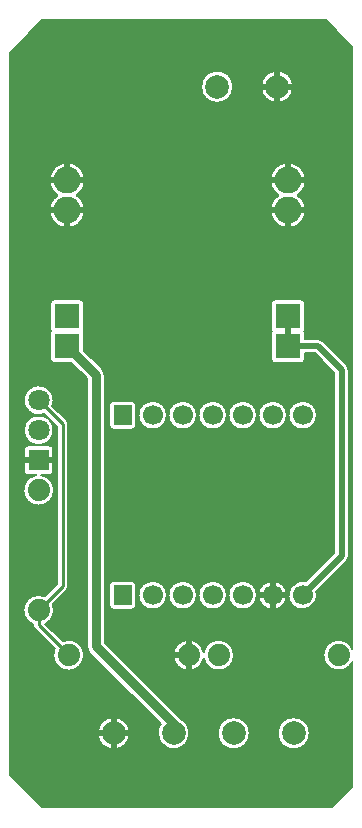
<source format=gbl>
G04 Layer: BottomLayer*
G04 EasyEDA Pro v2.2.40.8, 2025-09-14 15:16:37*
G04 Gerber Generator version 0.3*
G04 Scale: 100 percent, Rotated: No, Reflected: No*
G04 Dimensions in millimeters*
G04 Leading zeros omitted, absolute positions, 4 integers and 5 decimals*
G04 Generated by one-click*
%FSLAX45Y45*%
%MOMM*%
%ADD10C,0.2032*%
%ADD11C,0.5*%
%ADD12C,2.0*%
%ADD13C,1.8*%
%ADD14R,1.8X1.8*%
%ADD15C,1.8796*%
%ADD16R,2.159X2.159*%
%ADD17C,2.2951*%
%ADD18C,2.286*%
%ADD19C,1.7*%
%ADD20R,1.5748X1.7*%
%ADD21C,0.254*%
%ADD22C,0.8*%
G75*


G04 Copper Start*
G36*
G01X2791206Y-5461000D02*
G01X2793037Y-5482727D01*
G01X2798480Y-5503841D01*
G01X2807380Y-5523746D01*
G01X2819487Y-5541880D01*
G01X2834458Y-5557732D01*
G01X2851872Y-5570854D01*
G01X2871237Y-5580875D01*
G01X2892006Y-5587514D01*
G01X2913593Y-5590582D01*
G01X2935389Y-5589994D01*
G01X2956779Y-5585765D01*
G01X2977159Y-5578015D01*
G01X2995955Y-5566963D01*
G01X3012635Y-5552921D01*
G01X3026730Y-5536284D01*
G01X3037840Y-5517523D01*
G01X3037840Y-6574392D01*
G01X2865992Y-6746240D01*
G01X410608Y-6746240D01*
G01X137160Y-6472792D01*
G01X137160Y-6121400D01*
G01X880186Y-6121400D01*
G01X882039Y-6143754D01*
G01X887545Y-6165499D01*
G01X896555Y-6186040D01*
G01X908824Y-6204819D01*
G01X924016Y-6221321D01*
G01X941717Y-6235099D01*
G01X961444Y-6245775D01*
G01X982660Y-6253058D01*
G01X1004785Y-6256750D01*
G01X1027215Y-6256750D01*
G01X1049340Y-6253058D01*
G01X1070556Y-6245775D01*
G01X1090283Y-6235099D01*
G01X1107984Y-6221321D01*
G01X1123176Y-6204819D01*
G01X1135445Y-6186040D01*
G01X1144455Y-6165499D01*
G01X1149961Y-6143754D01*
G01X1151814Y-6121400D01*
G01X1151814Y-6121400D01*
G01X1149961Y-6099046D01*
G01X1144455Y-6077301D01*
G01X1135445Y-6056760D01*
G01X1123176Y-6037981D01*
G01X1107984Y-6021479D01*
G01X1090283Y-6007701D01*
G01X1070556Y-5997025D01*
G01X1049340Y-5989742D01*
G01X1027215Y-5986050D01*
G01X1004785Y-5986050D01*
G01X982660Y-5989742D01*
G01X961444Y-5997025D01*
G01X941717Y-6007701D01*
G01X924016Y-6021479D01*
G01X908824Y-6037981D01*
G01X896555Y-6056760D01*
G01X887545Y-6077301D01*
G01X882039Y-6099046D01*
G01X880186Y-6121400D01*
G01X137160Y-6121400D01*
G01X137160Y-5074616D01*
G01X251318Y-5074616D01*
G01X252371Y-5097354D01*
G01X257381Y-5119559D01*
G01X266193Y-5140547D01*
G01X278536Y-5159672D01*
G01X294031Y-5176348D01*
G01X312200Y-5190060D01*
G01X332486Y-5200386D01*
G01X332486Y-5207000D01*
G01X334139Y-5219556D01*
G01X338986Y-5231257D01*
G01X346695Y-5241305D01*
G01X515569Y-5410179D01*
G01X508621Y-5431421D01*
G01X505421Y-5453540D01*
G01X506062Y-5475881D01*
G01X510526Y-5497780D01*
G01X518681Y-5518589D01*
G01X530285Y-5537690D01*
G01X544994Y-5554517D01*
G01X562372Y-5568572D01*
G01X581903Y-5579436D01*
G01X603009Y-5586790D01*
G01X625063Y-5590413D01*
G01X647411Y-5590199D01*
G01X669392Y-5586155D01*
G01X690353Y-5578399D01*
G01X709673Y-5567163D01*
G01X726778Y-5552778D01*
G01X741163Y-5535673D01*
G01X752399Y-5516353D01*
G01X760155Y-5495392D01*
G01X764199Y-5473411D01*
G01X764413Y-5451063D01*
G01X760790Y-5429009D01*
G01X753436Y-5407903D01*
G01X742572Y-5388372D01*
G01X728517Y-5370994D01*
G01X711690Y-5356285D01*
G01X692589Y-5344681D01*
G01X671780Y-5336526D01*
G01X649881Y-5332062D01*
G01X627540Y-5331421D01*
G01X605421Y-5334621D01*
G01X584179Y-5341569D01*
G01X438815Y-5196206D01*
G01X457426Y-5184907D01*
G01X473886Y-5170657D01*
G01X487733Y-5153855D01*
G01X498576Y-5134976D01*
G01X506111Y-5114550D01*
G01X510126Y-5093151D01*
G01X510508Y-5071383D01*
G01X507245Y-5049856D01*
G01X500431Y-5029179D01*
G01X618505Y-4911105D01*
G01X626214Y-4901057D01*
G01X631061Y-4889356D01*
G01X632714Y-4876800D01*
G01X632714Y-3505200D01*
G01X631061Y-3492644D01*
G01X626214Y-3480943D01*
G01X618505Y-3470895D01*
G01X497388Y-3349779D01*
G01X503838Y-3329202D01*
G01X506679Y-3307826D01*
G01X505828Y-3286278D01*
G01X501309Y-3265193D01*
G01X493257Y-3245189D01*
G01X481906Y-3226853D01*
G01X467592Y-3210726D01*
G01X450733Y-3197279D01*
G01X431826Y-3186909D01*
G01X411426Y-3179921D01*
G01X390132Y-3176518D01*
G01X368569Y-3176802D01*
G01X347372Y-3180764D01*
G01X327163Y-3188287D01*
G01X308535Y-3199151D01*
G01X292036Y-3213036D01*
G01X278151Y-3229535D01*
G01X267287Y-3248163D01*
G01X259764Y-3268372D01*
G01X255802Y-3289569D01*
G01X255518Y-3311132D01*
G01X258921Y-3332426D01*
G01X265909Y-3352826D01*
G01X276279Y-3371733D01*
G01X289726Y-3388592D01*
G01X305853Y-3402906D01*
G01X324189Y-3414257D01*
G01X344193Y-3422309D01*
G01X365278Y-3426828D01*
G01X386826Y-3427679D01*
G01X408202Y-3424838D01*
G01X428779Y-3418388D01*
G01X535686Y-3525295D01*
G01X535686Y-3525295D01*
G01X535686Y-4856705D01*
G01X431821Y-4960569D01*
G01X410175Y-4953528D01*
G01X387632Y-4950376D01*
G01X364884Y-4951210D01*
G01X342632Y-4956006D01*
G01X321561Y-4964616D01*
G01X302317Y-4976775D01*
G01X285494Y-4992108D01*
G01X271607Y-5010145D01*
G01X261086Y-5030330D01*
G01X254253Y-5052043D01*
G01X251318Y-5074616D01*
G01X137160Y-5074616D01*
G01X137160Y-4062834D01*
G01X251211Y-4062834D01*
G01X253002Y-4085517D01*
G01X258726Y-4107539D01*
G01X268208Y-4128223D01*
G01X281157Y-4146933D01*
G01X297174Y-4163094D01*
G01X315767Y-4176210D01*
G01X336364Y-4185878D01*
G01X358334Y-4191800D01*
G01X381000Y-4193794D01*
G01X403666Y-4191800D01*
G01X425636Y-4185878D01*
G01X446233Y-4176210D01*
G01X464826Y-4163094D01*
G01X480843Y-4146933D01*
G01X493792Y-4128223D01*
G01X503274Y-4107539D01*
G01X508998Y-4085517D01*
G01X510789Y-4062834D01*
G01X508591Y-4040187D01*
G01X502472Y-4018271D01*
G01X492619Y-3997761D01*
G01X479337Y-3979287D01*
G01X463032Y-3963416D01*
G01X444207Y-3950636D01*
G01X423439Y-3941340D01*
G01X401366Y-3935814D01*
G01X471000Y-3935814D01*
G01X471000Y-3935814D01*
G01X482067Y-3934061D01*
G01X492051Y-3928974D01*
G01X499974Y-3921051D01*
G01X505061Y-3911067D01*
G01X506814Y-3900000D01*
G01X506814Y-3720000D01*
G01X505061Y-3708933D01*
G01X499974Y-3698949D01*
G01X492051Y-3691026D01*
G01X482067Y-3685939D01*
G01X471000Y-3684186D01*
G01X291000Y-3684186D01*
G01X279933Y-3685939D01*
G01X269949Y-3691026D01*
G01X262026Y-3698949D01*
G01X256939Y-3708933D01*
G01X255186Y-3720000D01*
G01X255186Y-3900000D01*
G01X256939Y-3911067D01*
G01X262026Y-3921051D01*
G01X269949Y-3928974D01*
G01X279933Y-3934061D01*
G01X291000Y-3935814D01*
G01X360634Y-3935814D01*
G01X338561Y-3941340D01*
G01X317793Y-3950636D01*
G01X298968Y-3963416D01*
G01X282663Y-3979287D01*
G01X269381Y-3997761D01*
G01X259528Y-4018271D01*
G01X253409Y-4040187D01*
G01X251211Y-4062834D01*
G01X137160Y-4062834D01*
G01X137160Y-3556000D01*
G01X255186Y-3556000D01*
G01X257098Y-3577847D01*
G01X262774Y-3599031D01*
G01X272042Y-3618907D01*
G01X284621Y-3636872D01*
G01X300128Y-3652379D01*
G01X318093Y-3664958D01*
G01X337969Y-3674226D01*
G01X359153Y-3679902D01*
G01X381000Y-3681814D01*
G01X402847Y-3679902D01*
G01X424031Y-3674226D01*
G01X443907Y-3664958D01*
G01X461872Y-3652379D01*
G01X477379Y-3636872D01*
G01X489958Y-3618907D01*
G01X499226Y-3599031D01*
G01X504902Y-3577847D01*
G01X506814Y-3556000D01*
G01X504902Y-3534153D01*
G01X499226Y-3512969D01*
G01X489958Y-3493093D01*
G01X477379Y-3475128D01*
G01X461872Y-3459621D01*
G01X443907Y-3447042D01*
G01X424031Y-3437774D01*
G01X402847Y-3432098D01*
G01X381000Y-3430186D01*
G01X359153Y-3432098D01*
G01X337969Y-3437774D01*
G01X318093Y-3447042D01*
G01X300128Y-3459621D01*
G01X284621Y-3475128D01*
G01X272042Y-3493093D01*
G01X262774Y-3512969D01*
G01X257098Y-3534153D01*
G01X255186Y-3556000D01*
G01X255186Y-3556000D01*
G01X137160Y-3556000D01*
G01X137160Y-2482850D01*
G01X478536Y-2482850D01*
G01X478536Y-2698750D01*
G01X479935Y-2708662D01*
G01X484023Y-2717800D01*
G01X479935Y-2726938D01*
G01X478536Y-2736850D01*
G01X478536Y-2952750D01*
G01X480289Y-2963817D01*
G01X485376Y-2973801D01*
G01X493299Y-2981724D01*
G01X503283Y-2986811D01*
G01X514350Y-2988564D01*
G01X658847Y-2988564D01*
G01X787786Y-3117503D01*
G01X787786Y-5384800D01*
G01X787786Y-5384800D01*
G01X789243Y-5399591D01*
G01X793557Y-5413813D01*
G01X800563Y-5426920D01*
G01X809991Y-5438409D01*
G01X1413717Y-6042134D01*
G01X1402354Y-6061004D01*
G01X1394191Y-6081463D01*
G01X1389442Y-6102973D01*
G01X1388233Y-6124967D01*
G01X1390595Y-6146867D01*
G01X1396467Y-6168098D01*
G01X1405693Y-6188100D01*
G01X1418031Y-6206347D01*
G01X1433157Y-6222360D01*
G01X1450673Y-6235717D01*
G01X1470117Y-6246068D01*
G01X1490979Y-6253138D01*
G01X1512709Y-6256744D01*
G01X1534736Y-6256789D01*
G01X1556481Y-6253273D01*
G01X1577372Y-6246287D01*
G01X1596858Y-6236017D01*
G01X1614428Y-6222732D01*
G01X1629619Y-6206781D01*
G01X1642033Y-6188584D01*
G01X1651341Y-6168620D01*
G01X1657299Y-6147414D01*
G01X1659751Y-6125524D01*
G01X1659541Y-6121400D01*
G01X1896186Y-6121400D01*
G01X1898039Y-6143754D01*
G01X1903545Y-6165499D01*
G01X1912555Y-6186040D01*
G01X1924824Y-6204819D01*
G01X1940016Y-6221321D01*
G01X1957717Y-6235099D01*
G01X1977444Y-6245775D01*
G01X1998660Y-6253058D01*
G01X2020785Y-6256750D01*
G01X2043215Y-6256750D01*
G01X2065340Y-6253058D01*
G01X2086556Y-6245775D01*
G01X2106283Y-6235099D01*
G01X2123984Y-6221321D01*
G01X2139176Y-6204819D01*
G01X2151445Y-6186040D01*
G01X2160455Y-6165499D01*
G01X2165961Y-6143754D01*
G01X2167814Y-6121400D01*
G01X2167814Y-6121400D01*
G01X2404186Y-6121400D01*
G01X2406039Y-6143754D01*
G01X2411545Y-6165499D01*
G01X2420555Y-6186040D01*
G01X2432824Y-6204819D01*
G01X2448016Y-6221321D01*
G01X2465717Y-6235099D01*
G01X2485444Y-6245775D01*
G01X2506660Y-6253058D01*
G01X2528785Y-6256750D01*
G01X2551215Y-6256750D01*
G01X2573340Y-6253058D01*
G01X2594556Y-6245775D01*
G01X2614283Y-6235099D01*
G01X2631984Y-6221321D01*
G01X2647176Y-6204819D01*
G01X2659445Y-6186040D01*
G01X2668455Y-6165499D01*
G01X2673961Y-6143754D01*
G01X2675814Y-6121400D01*
G01X2675814Y-6121400D01*
G01X2673961Y-6099046D01*
G01X2668455Y-6077301D01*
G01X2659445Y-6056760D01*
G01X2647176Y-6037981D01*
G01X2631984Y-6021479D01*
G01X2614283Y-6007701D01*
G01X2594556Y-5997025D01*
G01X2573340Y-5989742D01*
G01X2551215Y-5986050D01*
G01X2528785Y-5986050D01*
G01X2506660Y-5989742D01*
G01X2485444Y-5997025D01*
G01X2465717Y-6007701D01*
G01X2448016Y-6021479D01*
G01X2432824Y-6037981D01*
G01X2420555Y-6056760D01*
G01X2411545Y-6077301D01*
G01X2406039Y-6099046D01*
G01X2404186Y-6121400D01*
G01X2167814Y-6121400D01*
G01X2165961Y-6099046D01*
G01X2160455Y-6077301D01*
G01X2151445Y-6056760D01*
G01X2139176Y-6037981D01*
G01X2123984Y-6021479D01*
G01X2106283Y-6007701D01*
G01X2086556Y-5997025D01*
G01X2065340Y-5989742D01*
G01X2043215Y-5986050D01*
G01X2020785Y-5986050D01*
G01X1998660Y-5989742D01*
G01X1977444Y-5997025D01*
G01X1957717Y-6007701D01*
G01X1940016Y-6021479D01*
G01X1924824Y-6037981D01*
G01X1912555Y-6056760D01*
G01X1903545Y-6077301D01*
G01X1898039Y-6099046D01*
G01X1896186Y-6121400D01*
G01X1659541Y-6121400D01*
G01X1658632Y-6103525D01*
G01X1653972Y-6081996D01*
G01X1645893Y-6061504D01*
G01X1634607Y-6042587D01*
G01X1620412Y-6025744D01*
G01X1603681Y-6011416D01*
G01X1584853Y-5999982D01*
G01X1577609Y-5991591D01*
G01X1047017Y-5461000D01*
G01X1521206Y-5461000D01*
G01X1523134Y-5483288D01*
G01X1528860Y-5504914D01*
G01X1538215Y-5525235D01*
G01X1550921Y-5543648D01*
G01X1566599Y-5559605D01*
G01X1584785Y-5572634D01*
G01X1604938Y-5582346D01*
G01X1626459Y-5588453D01*
G01X1648710Y-5590774D01*
G01X1671028Y-5589239D01*
G01X1692751Y-5583895D01*
G01X1713234Y-5574901D01*
G01X1731869Y-5562522D01*
G01X1748101Y-5547128D01*
G01X1761448Y-5529174D01*
G01X1771514Y-5509196D01*
G01X1778000Y-5487786D01*
G01X1784486Y-5509196D01*
G01X1794552Y-5529174D01*
G01X1807899Y-5547128D01*
G01X1824131Y-5562522D01*
G01X1842766Y-5574901D01*
G01X1863249Y-5583895D01*
G01X1884972Y-5589239D01*
G01X1907290Y-5590774D01*
G01X1929541Y-5588453D01*
G01X1951062Y-5582346D01*
G01X1971215Y-5572634D01*
G01X1989401Y-5559605D01*
G01X2005079Y-5543648D01*
G01X2017785Y-5525235D01*
G01X2027140Y-5504914D01*
G01X2032866Y-5483288D01*
G01X2034794Y-5461000D01*
G01X2034794Y-5461000D01*
G01X2032866Y-5438712D01*
G01X2027140Y-5417086D01*
G01X2017785Y-5396765D01*
G01X2005079Y-5378352D01*
G01X1989401Y-5362395D01*
G01X1971215Y-5349366D01*
G01X1951062Y-5339654D01*
G01X1929541Y-5333547D01*
G01X1907290Y-5331226D01*
G01X1884972Y-5332761D01*
G01X1863249Y-5338105D01*
G01X1842766Y-5347099D01*
G01X1824131Y-5359478D01*
G01X1807899Y-5374872D01*
G01X1794552Y-5392826D01*
G01X1784486Y-5412804D01*
G01X1778000Y-5434214D01*
G01X1771514Y-5412804D01*
G01X1761448Y-5392826D01*
G01X1748101Y-5374872D01*
G01X1731869Y-5359478D01*
G01X1713234Y-5347099D01*
G01X1692751Y-5338105D01*
G01X1671028Y-5332761D01*
G01X1648710Y-5331226D01*
G01X1626459Y-5333547D01*
G01X1604938Y-5339654D01*
G01X1584785Y-5349366D01*
G01X1566599Y-5362395D01*
G01X1550921Y-5378352D01*
G01X1538215Y-5396765D01*
G01X1528860Y-5417086D01*
G01X1523134Y-5438712D01*
G01X1521206Y-5461000D01*
G01X1047017Y-5461000D01*
G01X939414Y-5353397D01*
G01X939414Y-5038000D01*
G01X977646Y-5038000D01*
G01X979399Y-5049067D01*
G01X984486Y-5059051D01*
G01X992409Y-5066974D01*
G01X1002393Y-5072061D01*
G01X1013460Y-5073814D01*
G01X1170940Y-5073814D01*
G01X1170940Y-5073814D01*
G01X1182007Y-5072061D01*
G01X1191991Y-5066974D01*
G01X1199914Y-5059051D01*
G01X1205001Y-5049067D01*
G01X1206754Y-5038000D01*
G01X1206754Y-4953000D01*
G01X1225386Y-4953000D01*
G01X1227222Y-4973979D01*
G01X1232672Y-4994321D01*
G01X1241572Y-5013407D01*
G01X1253651Y-5030658D01*
G01X1268542Y-5045549D01*
G01X1285793Y-5057628D01*
G01X1304879Y-5066528D01*
G01X1325221Y-5071978D01*
G01X1346200Y-5073814D01*
G01X1367179Y-5071978D01*
G01X1387521Y-5066528D01*
G01X1406607Y-5057628D01*
G01X1423858Y-5045549D01*
G01X1438749Y-5030658D01*
G01X1450828Y-5013407D01*
G01X1459728Y-4994321D01*
G01X1465178Y-4973979D01*
G01X1467014Y-4953000D01*
G01X1479386Y-4953000D01*
G01X1481222Y-4973979D01*
G01X1486672Y-4994321D01*
G01X1495572Y-5013407D01*
G01X1507651Y-5030658D01*
G01X1522542Y-5045549D01*
G01X1539793Y-5057628D01*
G01X1558879Y-5066528D01*
G01X1579221Y-5071978D01*
G01X1600200Y-5073814D01*
G01X1621179Y-5071978D01*
G01X1641521Y-5066528D01*
G01X1660607Y-5057628D01*
G01X1677858Y-5045549D01*
G01X1692749Y-5030658D01*
G01X1704828Y-5013407D01*
G01X1713728Y-4994321D01*
G01X1719178Y-4973979D01*
G01X1721014Y-4953000D01*
G01X1733386Y-4953000D01*
G01X1735222Y-4973979D01*
G01X1740672Y-4994321D01*
G01X1749572Y-5013407D01*
G01X1761651Y-5030658D01*
G01X1776542Y-5045549D01*
G01X1793793Y-5057628D01*
G01X1812879Y-5066528D01*
G01X1833221Y-5071978D01*
G01X1854200Y-5073814D01*
G01X1875179Y-5071978D01*
G01X1895521Y-5066528D01*
G01X1914607Y-5057628D01*
G01X1931858Y-5045549D01*
G01X1946749Y-5030658D01*
G01X1958828Y-5013407D01*
G01X1967728Y-4994321D01*
G01X1973178Y-4973979D01*
G01X1975014Y-4953000D01*
G01X1987386Y-4953000D01*
G01X1989222Y-4973979D01*
G01X1994672Y-4994321D01*
G01X2003572Y-5013407D01*
G01X2015651Y-5030658D01*
G01X2030542Y-5045549D01*
G01X2047793Y-5057628D01*
G01X2066879Y-5066528D01*
G01X2087221Y-5071978D01*
G01X2108200Y-5073814D01*
G01X2129179Y-5071978D01*
G01X2149521Y-5066528D01*
G01X2168607Y-5057628D01*
G01X2185858Y-5045549D01*
G01X2200749Y-5030658D01*
G01X2212828Y-5013407D01*
G01X2221728Y-4994321D01*
G01X2227178Y-4973979D01*
G01X2229014Y-4953000D01*
G01X2241386Y-4953000D01*
G01X2243222Y-4973979D01*
G01X2248672Y-4994321D01*
G01X2257572Y-5013407D01*
G01X2269651Y-5030658D01*
G01X2284542Y-5045549D01*
G01X2301793Y-5057628D01*
G01X2320879Y-5066528D01*
G01X2341221Y-5071978D01*
G01X2362200Y-5073814D01*
G01X2383179Y-5071978D01*
G01X2403521Y-5066528D01*
G01X2422607Y-5057628D01*
G01X2439858Y-5045549D01*
G01X2454749Y-5030658D01*
G01X2466828Y-5013407D01*
G01X2475728Y-4994321D01*
G01X2481178Y-4973979D01*
G01X2483014Y-4953000D01*
G01X2481178Y-4932021D01*
G01X2475728Y-4911679D01*
G01X2466828Y-4892593D01*
G01X2454749Y-4875342D01*
G01X2439858Y-4860451D01*
G01X2422607Y-4848372D01*
G01X2403521Y-4839472D01*
G01X2383179Y-4834022D01*
G01X2362200Y-4832186D01*
G01X2341221Y-4834022D01*
G01X2320879Y-4839472D01*
G01X2301793Y-4848372D01*
G01X2284542Y-4860451D01*
G01X2269651Y-4875342D01*
G01X2257572Y-4892593D01*
G01X2248672Y-4911679D01*
G01X2243222Y-4932021D01*
G01X2241386Y-4953000D01*
G01X2241386Y-4953000D01*
G01X2229014Y-4953000D01*
G01X2227178Y-4932021D01*
G01X2221728Y-4911679D01*
G01X2212828Y-4892593D01*
G01X2200749Y-4875342D01*
G01X2185858Y-4860451D01*
G01X2168607Y-4848372D01*
G01X2149521Y-4839472D01*
G01X2129179Y-4834022D01*
G01X2108200Y-4832186D01*
G01X2087221Y-4834022D01*
G01X2066879Y-4839472D01*
G01X2047793Y-4848372D01*
G01X2030542Y-4860451D01*
G01X2015651Y-4875342D01*
G01X2003572Y-4892593D01*
G01X1994672Y-4911679D01*
G01X1989222Y-4932021D01*
G01X1987386Y-4953000D01*
G01X1987386Y-4953000D01*
G01X1975014Y-4953000D01*
G01X1973178Y-4932021D01*
G01X1967728Y-4911679D01*
G01X1958828Y-4892593D01*
G01X1946749Y-4875342D01*
G01X1931858Y-4860451D01*
G01X1914607Y-4848372D01*
G01X1895521Y-4839472D01*
G01X1875179Y-4834022D01*
G01X1854200Y-4832186D01*
G01X1833221Y-4834022D01*
G01X1812879Y-4839472D01*
G01X1793793Y-4848372D01*
G01X1776542Y-4860451D01*
G01X1761651Y-4875342D01*
G01X1749572Y-4892593D01*
G01X1740672Y-4911679D01*
G01X1735222Y-4932021D01*
G01X1733386Y-4953000D01*
G01X1733386Y-4953000D01*
G01X1721014Y-4953000D01*
G01X1719178Y-4932021D01*
G01X1713728Y-4911679D01*
G01X1704828Y-4892593D01*
G01X1692749Y-4875342D01*
G01X1677858Y-4860451D01*
G01X1660607Y-4848372D01*
G01X1641521Y-4839472D01*
G01X1621179Y-4834022D01*
G01X1600200Y-4832186D01*
G01X1579221Y-4834022D01*
G01X1558879Y-4839472D01*
G01X1539793Y-4848372D01*
G01X1522542Y-4860451D01*
G01X1507651Y-4875342D01*
G01X1495572Y-4892593D01*
G01X1486672Y-4911679D01*
G01X1481222Y-4932021D01*
G01X1479386Y-4953000D01*
G01X1479386Y-4953000D01*
G01X1467014Y-4953000D01*
G01X1465178Y-4932021D01*
G01X1459728Y-4911679D01*
G01X1450828Y-4892593D01*
G01X1438749Y-4875342D01*
G01X1423858Y-4860451D01*
G01X1406607Y-4848372D01*
G01X1387521Y-4839472D01*
G01X1367179Y-4834022D01*
G01X1346200Y-4832186D01*
G01X1325221Y-4834022D01*
G01X1304879Y-4839472D01*
G01X1285793Y-4848372D01*
G01X1268542Y-4860451D01*
G01X1253651Y-4875342D01*
G01X1241572Y-4892593D01*
G01X1232672Y-4911679D01*
G01X1227222Y-4932021D01*
G01X1225386Y-4953000D01*
G01X1225386Y-4953000D01*
G01X1206754Y-4953000D01*
G01X1206754Y-4868000D01*
G01X1205001Y-4856933D01*
G01X1199914Y-4846949D01*
G01X1191991Y-4839026D01*
G01X1182007Y-4833939D01*
G01X1170940Y-4832186D01*
G01X1013460Y-4832186D01*
G01X1002393Y-4833939D01*
G01X992409Y-4839026D01*
G01X984486Y-4846949D01*
G01X979399Y-4856933D01*
G01X977646Y-4868000D01*
G01X977646Y-5038000D01*
G01X939414Y-5038000D01*
G01X939414Y-3514000D01*
G01X977646Y-3514000D01*
G01X979399Y-3525067D01*
G01X984486Y-3535051D01*
G01X992409Y-3542974D01*
G01X1002393Y-3548061D01*
G01X1013460Y-3549814D01*
G01X1170940Y-3549814D01*
G01X1170940Y-3549814D01*
G01X1182007Y-3548061D01*
G01X1191991Y-3542974D01*
G01X1199914Y-3535051D01*
G01X1205001Y-3525067D01*
G01X1206754Y-3514000D01*
G01X1206754Y-3429000D01*
G01X1225386Y-3429000D01*
G01X1227222Y-3449979D01*
G01X1232672Y-3470321D01*
G01X1241572Y-3489407D01*
G01X1253651Y-3506658D01*
G01X1268542Y-3521549D01*
G01X1285793Y-3533628D01*
G01X1304879Y-3542528D01*
G01X1325221Y-3547978D01*
G01X1346200Y-3549814D01*
G01X1367179Y-3547978D01*
G01X1387521Y-3542528D01*
G01X1406607Y-3533628D01*
G01X1423858Y-3521549D01*
G01X1438749Y-3506658D01*
G01X1450828Y-3489407D01*
G01X1459728Y-3470321D01*
G01X1465178Y-3449979D01*
G01X1467014Y-3429000D01*
G01X1479386Y-3429000D01*
G01X1481222Y-3449979D01*
G01X1486672Y-3470321D01*
G01X1495572Y-3489407D01*
G01X1507651Y-3506658D01*
G01X1522542Y-3521549D01*
G01X1539793Y-3533628D01*
G01X1558879Y-3542528D01*
G01X1579221Y-3547978D01*
G01X1600200Y-3549814D01*
G01X1621179Y-3547978D01*
G01X1641521Y-3542528D01*
G01X1660607Y-3533628D01*
G01X1677858Y-3521549D01*
G01X1692749Y-3506658D01*
G01X1704828Y-3489407D01*
G01X1713728Y-3470321D01*
G01X1719178Y-3449979D01*
G01X1721014Y-3429000D01*
G01X1733386Y-3429000D01*
G01X1735222Y-3449979D01*
G01X1740672Y-3470321D01*
G01X1749572Y-3489407D01*
G01X1761651Y-3506658D01*
G01X1776542Y-3521549D01*
G01X1793793Y-3533628D01*
G01X1812879Y-3542528D01*
G01X1833221Y-3547978D01*
G01X1854200Y-3549814D01*
G01X1875179Y-3547978D01*
G01X1895521Y-3542528D01*
G01X1914607Y-3533628D01*
G01X1931858Y-3521549D01*
G01X1946749Y-3506658D01*
G01X1958828Y-3489407D01*
G01X1967728Y-3470321D01*
G01X1973178Y-3449979D01*
G01X1975014Y-3429000D01*
G01X1987386Y-3429000D01*
G01X1989222Y-3449979D01*
G01X1994672Y-3470321D01*
G01X2003572Y-3489407D01*
G01X2015651Y-3506658D01*
G01X2030542Y-3521549D01*
G01X2047793Y-3533628D01*
G01X2066879Y-3542528D01*
G01X2087221Y-3547978D01*
G01X2108200Y-3549814D01*
G01X2129179Y-3547978D01*
G01X2149521Y-3542528D01*
G01X2168607Y-3533628D01*
G01X2185858Y-3521549D01*
G01X2200749Y-3506658D01*
G01X2212828Y-3489407D01*
G01X2221728Y-3470321D01*
G01X2227178Y-3449979D01*
G01X2229014Y-3429000D01*
G01X2241386Y-3429000D01*
G01X2243222Y-3449979D01*
G01X2248672Y-3470321D01*
G01X2257572Y-3489407D01*
G01X2269651Y-3506658D01*
G01X2284542Y-3521549D01*
G01X2301793Y-3533628D01*
G01X2320879Y-3542528D01*
G01X2341221Y-3547978D01*
G01X2362200Y-3549814D01*
G01X2383179Y-3547978D01*
G01X2403521Y-3542528D01*
G01X2422607Y-3533628D01*
G01X2439858Y-3521549D01*
G01X2454749Y-3506658D01*
G01X2466828Y-3489407D01*
G01X2475728Y-3470321D01*
G01X2481178Y-3449979D01*
G01X2483014Y-3429000D01*
G01X2495386Y-3429000D01*
G01X2497222Y-3449979D01*
G01X2502672Y-3470321D01*
G01X2511572Y-3489407D01*
G01X2523651Y-3506658D01*
G01X2538542Y-3521549D01*
G01X2555793Y-3533628D01*
G01X2574879Y-3542528D01*
G01X2595221Y-3547978D01*
G01X2616200Y-3549814D01*
G01X2637179Y-3547978D01*
G01X2657521Y-3542528D01*
G01X2676607Y-3533628D01*
G01X2693858Y-3521549D01*
G01X2708749Y-3506658D01*
G01X2720828Y-3489407D01*
G01X2729728Y-3470321D01*
G01X2735178Y-3449979D01*
G01X2737014Y-3429000D01*
G01X2735178Y-3408021D01*
G01X2729728Y-3387679D01*
G01X2720828Y-3368593D01*
G01X2708749Y-3351342D01*
G01X2693858Y-3336451D01*
G01X2676607Y-3324372D01*
G01X2657521Y-3315472D01*
G01X2637179Y-3310022D01*
G01X2616200Y-3308186D01*
G01X2595221Y-3310022D01*
G01X2574879Y-3315472D01*
G01X2555793Y-3324372D01*
G01X2538542Y-3336451D01*
G01X2523651Y-3351342D01*
G01X2511572Y-3368593D01*
G01X2502672Y-3387679D01*
G01X2497222Y-3408021D01*
G01X2495386Y-3429000D01*
G01X2495386Y-3429000D01*
G01X2483014Y-3429000D01*
G01X2481178Y-3408021D01*
G01X2475728Y-3387679D01*
G01X2466828Y-3368593D01*
G01X2454749Y-3351342D01*
G01X2439858Y-3336451D01*
G01X2422607Y-3324372D01*
G01X2403521Y-3315472D01*
G01X2383179Y-3310022D01*
G01X2362200Y-3308186D01*
G01X2341221Y-3310022D01*
G01X2320879Y-3315472D01*
G01X2301793Y-3324372D01*
G01X2284542Y-3336451D01*
G01X2269651Y-3351342D01*
G01X2257572Y-3368593D01*
G01X2248672Y-3387679D01*
G01X2243222Y-3408021D01*
G01X2241386Y-3429000D01*
G01X2241386Y-3429000D01*
G01X2229014Y-3429000D01*
G01X2227178Y-3408021D01*
G01X2221728Y-3387679D01*
G01X2212828Y-3368593D01*
G01X2200749Y-3351342D01*
G01X2185858Y-3336451D01*
G01X2168607Y-3324372D01*
G01X2149521Y-3315472D01*
G01X2129179Y-3310022D01*
G01X2108200Y-3308186D01*
G01X2087221Y-3310022D01*
G01X2066879Y-3315472D01*
G01X2047793Y-3324372D01*
G01X2030542Y-3336451D01*
G01X2015651Y-3351342D01*
G01X2003572Y-3368593D01*
G01X1994672Y-3387679D01*
G01X1989222Y-3408021D01*
G01X1987386Y-3429000D01*
G01X1987386Y-3429000D01*
G01X1975014Y-3429000D01*
G01X1973178Y-3408021D01*
G01X1967728Y-3387679D01*
G01X1958828Y-3368593D01*
G01X1946749Y-3351342D01*
G01X1931858Y-3336451D01*
G01X1914607Y-3324372D01*
G01X1895521Y-3315472D01*
G01X1875179Y-3310022D01*
G01X1854200Y-3308186D01*
G01X1833221Y-3310022D01*
G01X1812879Y-3315472D01*
G01X1793793Y-3324372D01*
G01X1776542Y-3336451D01*
G01X1761651Y-3351342D01*
G01X1749572Y-3368593D01*
G01X1740672Y-3387679D01*
G01X1735222Y-3408021D01*
G01X1733386Y-3429000D01*
G01X1733386Y-3429000D01*
G01X1721014Y-3429000D01*
G01X1719178Y-3408021D01*
G01X1713728Y-3387679D01*
G01X1704828Y-3368593D01*
G01X1692749Y-3351342D01*
G01X1677858Y-3336451D01*
G01X1660607Y-3324372D01*
G01X1641521Y-3315472D01*
G01X1621179Y-3310022D01*
G01X1600200Y-3308186D01*
G01X1579221Y-3310022D01*
G01X1558879Y-3315472D01*
G01X1539793Y-3324372D01*
G01X1522542Y-3336451D01*
G01X1507651Y-3351342D01*
G01X1495572Y-3368593D01*
G01X1486672Y-3387679D01*
G01X1481222Y-3408021D01*
G01X1479386Y-3429000D01*
G01X1479386Y-3429000D01*
G01X1467014Y-3429000D01*
G01X1465178Y-3408021D01*
G01X1459728Y-3387679D01*
G01X1450828Y-3368593D01*
G01X1438749Y-3351342D01*
G01X1423858Y-3336451D01*
G01X1406607Y-3324372D01*
G01X1387521Y-3315472D01*
G01X1367179Y-3310022D01*
G01X1346200Y-3308186D01*
G01X1325221Y-3310022D01*
G01X1304879Y-3315472D01*
G01X1285793Y-3324372D01*
G01X1268542Y-3336451D01*
G01X1253651Y-3351342D01*
G01X1241572Y-3368593D01*
G01X1232672Y-3387679D01*
G01X1227222Y-3408021D01*
G01X1225386Y-3429000D01*
G01X1225386Y-3429000D01*
G01X1206754Y-3429000D01*
G01X1206754Y-3344000D01*
G01X1205001Y-3332933D01*
G01X1199914Y-3322949D01*
G01X1191991Y-3315026D01*
G01X1182007Y-3309939D01*
G01X1170940Y-3308186D01*
G01X1013460Y-3308186D01*
G01X1002393Y-3309939D01*
G01X992409Y-3315026D01*
G01X984486Y-3322949D01*
G01X979399Y-3332933D01*
G01X977646Y-3344000D01*
G01X977646Y-3514000D01*
G01X939414Y-3514000D01*
G01X939414Y-3086100D01*
G01X937957Y-3071309D01*
G01X933643Y-3057087D01*
G01X926637Y-3043980D01*
G01X917209Y-3032491D01*
G01X766064Y-2881347D01*
G01X766064Y-2736850D01*
G01X764665Y-2726938D01*
G01X760577Y-2717800D01*
G01X764665Y-2708662D01*
G01X766064Y-2698750D01*
G01X766064Y-2482850D01*
G01X2348535Y-2482850D01*
G01X2348535Y-2698750D01*
G01X2349934Y-2708662D01*
G01X2354022Y-2717800D01*
G01X2349934Y-2726938D01*
G01X2348535Y-2736850D01*
G01X2348535Y-2952750D01*
G01X2350288Y-2963817D01*
G01X2355375Y-2973801D01*
G01X2363298Y-2981724D01*
G01X2373282Y-2986811D01*
G01X2384349Y-2988564D01*
G01X2600249Y-2988564D01*
G01X2611316Y-2986811D01*
G01X2621300Y-2981724D01*
G01X2629223Y-2973801D01*
G01X2634310Y-2963817D01*
G01X2636063Y-2952750D01*
G01X2636063Y-2905614D01*
G01X2718010Y-2905614D01*
G01X2885586Y-3073190D01*
G01X2885586Y-4597610D01*
G01X2885586Y-4597610D01*
G01X2647014Y-4836182D01*
G01X2626292Y-4832608D01*
G01X2605264Y-4832682D01*
G01X2584568Y-4836401D01*
G01X2564829Y-4843652D01*
G01X2546647Y-4854215D01*
G01X2530572Y-4867772D01*
G01X2517091Y-4883910D01*
G01X2506613Y-4902141D01*
G01X2499454Y-4921913D01*
G01X2495832Y-4942627D01*
G01X2495857Y-4963655D01*
G01X2499527Y-4984360D01*
G01X2506732Y-5004115D01*
G01X2517253Y-5022322D01*
G01X2530772Y-5038428D01*
G01X2546878Y-5051947D01*
G01X2565085Y-5062468D01*
G01X2584840Y-5069673D01*
G01X2605545Y-5073343D01*
G01X2626573Y-5073368D01*
G01X2647287Y-5069746D01*
G01X2667059Y-5062587D01*
G01X2685290Y-5052109D01*
G01X2701428Y-5038628D01*
G01X2714985Y-5022553D01*
G01X2725548Y-5004371D01*
G01X2732799Y-4984632D01*
G01X2736518Y-4963936D01*
G01X2736592Y-4942908D01*
G01X2733018Y-4922186D01*
G01X2989402Y-4665802D01*
G01X2996965Y-4656586D01*
G01X3002585Y-4646072D01*
G01X3006045Y-4634664D01*
G01X3007214Y-4622800D01*
G01X3007214Y-3048000D01*
G01X3006045Y-3036136D01*
G01X3002585Y-3024728D01*
G01X2996965Y-3014214D01*
G01X2989402Y-3004998D01*
G01X2786202Y-2801798D01*
G01X2776986Y-2794235D01*
G01X2766472Y-2788615D01*
G01X2755064Y-2785155D01*
G01X2743200Y-2783986D01*
G01X2636063Y-2783986D01*
G01X2636063Y-2736850D01*
G01X2634664Y-2726938D01*
G01X2630576Y-2717800D01*
G01X2634664Y-2708662D01*
G01X2636063Y-2698750D01*
G01X2636063Y-2482850D01*
G01X2634310Y-2471783D01*
G01X2629223Y-2461799D01*
G01X2621300Y-2453876D01*
G01X2611316Y-2448789D01*
G01X2600249Y-2447036D01*
G01X2384349Y-2447036D01*
G01X2373282Y-2448789D01*
G01X2363298Y-2453876D01*
G01X2355375Y-2461799D01*
G01X2350288Y-2471783D01*
G01X2348535Y-2482850D01*
G01X766064Y-2482850D01*
G01X764311Y-2471783D01*
G01X759224Y-2461799D01*
G01X751301Y-2453876D01*
G01X741317Y-2448789D01*
G01X730250Y-2447036D01*
G01X514350Y-2447036D01*
G01X503283Y-2448789D01*
G01X493299Y-2453876D01*
G01X485376Y-2461799D01*
G01X480289Y-2471783D01*
G01X478536Y-2482850D01*
G01X137160Y-2482850D01*
G01X137160Y-1445916D01*
G01X472311Y-1445916D01*
G01X475236Y-1469903D01*
G01X481972Y-1493111D01*
G01X492344Y-1514937D01*
G01X506085Y-1534816D01*
G01X522837Y-1552233D01*
G01X542167Y-1566735D01*
G01X522837Y-1581238D01*
G01X506085Y-1598655D01*
G01X492344Y-1618534D01*
G01X481972Y-1640360D01*
G01X475236Y-1663568D01*
G01X472311Y-1687555D01*
G01X473273Y-1711702D01*
G01X478097Y-1735381D01*
G01X486658Y-1757979D01*
G01X498734Y-1778911D01*
G01X514012Y-1797634D01*
G01X532097Y-1813662D01*
G01X552519Y-1826581D01*
G01X574750Y-1836056D01*
G01X598213Y-1841841D01*
G01X622300Y-1843786D01*
G01X622300Y-1843786D01*
G01X646387Y-1841841D01*
G01X669850Y-1836056D01*
G01X692081Y-1826581D01*
G01X712503Y-1813662D01*
G01X730588Y-1797634D01*
G01X745866Y-1778911D01*
G01X757942Y-1757979D01*
G01X766503Y-1735381D01*
G01X771327Y-1711702D01*
G01X772289Y-1687555D01*
G01X769364Y-1663568D01*
G01X762628Y-1640360D01*
G01X752256Y-1618534D01*
G01X738515Y-1598655D01*
G01X721763Y-1581238D01*
G01X702433Y-1566735D01*
G01X721763Y-1552233D01*
G01X738515Y-1534816D01*
G01X752256Y-1514937D01*
G01X762628Y-1493111D01*
G01X769364Y-1469903D01*
G01X772289Y-1445916D01*
G01X2342309Y-1445916D01*
G01X2345234Y-1469903D01*
G01X2351970Y-1493111D01*
G01X2362343Y-1514937D01*
G01X2376084Y-1534816D01*
G01X2392836Y-1552233D01*
G01X2412166Y-1566735D01*
G01X2392836Y-1581238D01*
G01X2376084Y-1598655D01*
G01X2362343Y-1618534D01*
G01X2351970Y-1640360D01*
G01X2345234Y-1663568D01*
G01X2342309Y-1687555D01*
G01X2343271Y-1711702D01*
G01X2348096Y-1735381D01*
G01X2356657Y-1757979D01*
G01X2368733Y-1778911D01*
G01X2384011Y-1797634D01*
G01X2402096Y-1813662D01*
G01X2422518Y-1826581D01*
G01X2444749Y-1836056D01*
G01X2468212Y-1841841D01*
G01X2492299Y-1843786D01*
G01X2492299Y-1843786D01*
G01X2516386Y-1841841D01*
G01X2539849Y-1836056D01*
G01X2562079Y-1826581D01*
G01X2582502Y-1813662D01*
G01X2600586Y-1797634D01*
G01X2615865Y-1778911D01*
G01X2627941Y-1757979D01*
G01X2636502Y-1735381D01*
G01X2641326Y-1711702D01*
G01X2642288Y-1687555D01*
G01X2639363Y-1663568D01*
G01X2632627Y-1640360D01*
G01X2622254Y-1618534D01*
G01X2608514Y-1598655D01*
G01X2591762Y-1581238D01*
G01X2572432Y-1566735D01*
G01X2591762Y-1552233D01*
G01X2608514Y-1534816D01*
G01X2622254Y-1514937D01*
G01X2632627Y-1493111D01*
G01X2639363Y-1469903D01*
G01X2642288Y-1445916D01*
G01X2641326Y-1421769D01*
G01X2636502Y-1398090D01*
G01X2627941Y-1375492D01*
G01X2615865Y-1354560D01*
G01X2600586Y-1335837D01*
G01X2582502Y-1319809D01*
G01X2562079Y-1306890D01*
G01X2539849Y-1297415D01*
G01X2516386Y-1291630D01*
G01X2492299Y-1289685D01*
G01X2468212Y-1291630D01*
G01X2444749Y-1297415D01*
G01X2422518Y-1306890D01*
G01X2402096Y-1319809D01*
G01X2384011Y-1335837D01*
G01X2368733Y-1354560D01*
G01X2356657Y-1375492D01*
G01X2348096Y-1398090D01*
G01X2343271Y-1421769D01*
G01X2342309Y-1445916D01*
G01X772289Y-1445916D01*
G01X772289Y-1445916D01*
G01X771327Y-1421769D01*
G01X766503Y-1398090D01*
G01X757942Y-1375492D01*
G01X745866Y-1354560D01*
G01X730588Y-1335837D01*
G01X712503Y-1319809D01*
G01X692081Y-1306890D01*
G01X669850Y-1297415D01*
G01X646387Y-1291630D01*
G01X622300Y-1289685D01*
G01X598213Y-1291630D01*
G01X574750Y-1297415D01*
G01X552519Y-1306890D01*
G01X532097Y-1319809D01*
G01X514012Y-1335837D01*
G01X498734Y-1354560D01*
G01X486658Y-1375492D01*
G01X478097Y-1398090D01*
G01X473273Y-1421769D01*
G01X472311Y-1445916D01*
G01X137160Y-1445916D01*
G01X137160Y-647700D01*
G01X1756486Y-647700D01*
G01X1758339Y-670054D01*
G01X1763845Y-691799D01*
G01X1772855Y-712340D01*
G01X1785124Y-731119D01*
G01X1800316Y-747621D01*
G01X1818017Y-761399D01*
G01X1837744Y-772075D01*
G01X1858960Y-779358D01*
G01X1881085Y-783050D01*
G01X1903515Y-783050D01*
G01X1925640Y-779358D01*
G01X1946856Y-772075D01*
G01X1966583Y-761399D01*
G01X1984284Y-747621D01*
G01X1999476Y-731119D01*
G01X2011745Y-712340D01*
G01X2020755Y-691799D01*
G01X2026261Y-670054D01*
G01X2028114Y-647700D01*
G01X2028114Y-647700D01*
G01X2028114Y-647700D01*
G01X2264486Y-647700D01*
G01X2266339Y-670054D01*
G01X2271845Y-691799D01*
G01X2280855Y-712340D01*
G01X2293124Y-731119D01*
G01X2308316Y-747621D01*
G01X2326017Y-761399D01*
G01X2345744Y-772075D01*
G01X2366960Y-779358D01*
G01X2389085Y-783050D01*
G01X2411515Y-783050D01*
G01X2433640Y-779358D01*
G01X2454856Y-772075D01*
G01X2474583Y-761399D01*
G01X2492284Y-747621D01*
G01X2507476Y-731119D01*
G01X2519745Y-712340D01*
G01X2528755Y-691799D01*
G01X2534261Y-670054D01*
G01X2536114Y-647700D01*
G01X2536114Y-647700D01*
G01X2534261Y-625346D01*
G01X2528755Y-603601D01*
G01X2519745Y-583060D01*
G01X2507476Y-564281D01*
G01X2492284Y-547779D01*
G01X2474583Y-534001D01*
G01X2454856Y-523325D01*
G01X2433640Y-516042D01*
G01X2411515Y-512350D01*
G01X2389085Y-512350D01*
G01X2366960Y-516042D01*
G01X2345744Y-523325D01*
G01X2326017Y-534001D01*
G01X2308316Y-547779D01*
G01X2293124Y-564281D01*
G01X2280855Y-583060D01*
G01X2271845Y-603601D01*
G01X2266339Y-625346D01*
G01X2264486Y-647700D01*
G01X2028114Y-647700D01*
G01X2026261Y-625346D01*
G01X2020755Y-603601D01*
G01X2011745Y-583060D01*
G01X1999476Y-564281D01*
G01X1984284Y-547779D01*
G01X1966583Y-534001D01*
G01X1946856Y-523325D01*
G01X1925640Y-516042D01*
G01X1903515Y-512350D01*
G01X1881085Y-512350D01*
G01X1858960Y-516042D01*
G01X1837744Y-523325D01*
G01X1818017Y-534001D01*
G01X1800316Y-547779D01*
G01X1785124Y-564281D01*
G01X1772855Y-583060D01*
G01X1763845Y-603601D01*
G01X1758339Y-625346D01*
G01X1756486Y-647700D01*
G01X137160Y-647700D01*
G01X137160Y-359808D01*
G01X410608Y-86360D01*
G01X2815192Y-86360D01*
G01X3037840Y-309008D01*
G01X3037840Y-5404477D01*
G01X3026730Y-5385716D01*
G01X3012635Y-5369079D01*
G01X2995955Y-5355037D01*
G01X2977159Y-5343985D01*
G01X2956779Y-5336235D01*
G01X2935389Y-5332006D01*
G01X2913593Y-5331418D01*
G01X2892006Y-5334486D01*
G01X2871237Y-5341125D01*
G01X2851872Y-5351146D01*
G01X2834458Y-5364268D01*
G01X2819487Y-5380120D01*
G01X2807380Y-5398254D01*
G01X2798480Y-5418159D01*
G01X2793037Y-5439273D01*
G01X2791206Y-5461000D01*
G37*
G54D10*
G01X2791206Y-5461000D02*
G03X3037840Y-5517523I129794J0D01*
G01X3037840Y-6574392D01*
G01X2865992Y-6746240D01*
G01X410608Y-6746240D01*
G01X137160Y-6472792D01*
G01X137160Y-359808D01*
G01X410608Y-86360D01*
G01X2815192Y-86360D01*
G01X3037840Y-309008D01*
G01X3037840Y-5404477D01*
G03X2791206Y-5461000I-116840J-56523D01*
G01X535686Y-3525295D02*
G01X535686Y-4856705D01*
G01X431821Y-4960569D01*
G03X261086Y-5030330I-50821J-119431D01*
G03X332486Y-5200386I119914J-49670D01*
G01X332486Y-5207000D01*
G03X346695Y-5241305I48514J0D01*
G01X515569Y-5410179D01*
G03X726778Y-5552778I119431J-50821D01*
G03X584179Y-5341569I-91778J91778D01*
G01X438815Y-5196206D01*
G03X500431Y-5029179I-57815J116206D01*
G01X618505Y-4911105D01*
G03X632714Y-4876800I-34305J34305D01*
G01X632714Y-3505200D01*
G03X618505Y-3470895I-48514J0D01*
G01X497388Y-3349779D01*
G03X292036Y-3213036I-116388J47779D01*
G03X428779Y-3418388I88964J-88964D01*
G01X535686Y-3525295D01*
G01X471000Y-3935814D02*
G03X506814Y-3900000I0J35814D01*
G01X506814Y-3720000D01*
G03X471000Y-3684186I-35814J0D01*
G01X291000Y-3684186D01*
G03X255186Y-3720000I0J-35814D01*
G01X255186Y-3900000D01*
G03X291000Y-3935814I35814J0D01*
G01X360634Y-3935814D01*
G03X381000Y-4193794I20366J-128186D01*
G03X401366Y-3935814I0J129794D01*
G01X471000Y-3935814D01*
G01X255186Y-3556000D02*
G03X506814Y-3556000I125814J0D01*
G03X255186Y-3556000I-125814J0D01*
G01X622300Y-1843786D02*
G03X702433Y-1566735I0J150114D01*
G03X622300Y-1289685I-80133J126937D01*
G03X542167Y-1566735I0J-150114D01*
G03X622300Y-1843786I80133J-126936D01*
G01X787786Y-5384800D02*
G03X809991Y-5438409I75814J0D01*
G01X1413717Y-6042134D01*
G03X1556481Y-6253273I110283J-79266D01*
G03X1584853Y-5999982I-32481J131873D01*
G03X1577609Y-5991591I-60853J-45218D01*
G01X939414Y-5353397D01*
G01X939414Y-3086100D01*
G03X917209Y-3032491I-75814J0D01*
G01X766064Y-2881347D01*
G01X766064Y-2736850D01*
G03X760577Y-2717800I-35814J0D01*
G03X766064Y-2698750I-30327J19050D01*
G01X766064Y-2482850D01*
G03X730250Y-2447036I-35814J0D01*
G01X514350Y-2447036D01*
G03X478536Y-2482850I0J-35814D01*
G01X478536Y-2698750D01*
G03X484023Y-2717800I35814J0D01*
G03X478536Y-2736850I30327J-19050D01*
G01X478536Y-2952750D01*
G03X514350Y-2988564I35814J0D01*
G01X658847Y-2988564D01*
G01X787786Y-3117503D01*
G01X787786Y-5384800D01*
G01X1151814Y-6121400D02*
G03X880186Y-6121400I-135814J0D01*
G03X1151814Y-6121400I135814J0D01*
G01X1170940Y-5073814D02*
G03X1206754Y-5038000I0J35814D01*
G01X1206754Y-4868000D01*
G03X1170940Y-4832186I-35814J0D01*
G01X1013460Y-4832186D01*
G03X977646Y-4868000I0J-35814D01*
G01X977646Y-5038000D01*
G03X1013460Y-5073814I35814J0D01*
G01X1170940Y-5073814D01*
G01X1170940Y-3549814D02*
G03X1206754Y-3514000I0J35814D01*
G01X1206754Y-3344000D01*
G03X1170940Y-3308186I-35814J0D01*
G01X1013460Y-3308186D01*
G03X977646Y-3344000I0J-35814D01*
G01X977646Y-3514000D01*
G03X1013460Y-3549814I35814J0D01*
G01X1170940Y-3549814D01*
G01X1225386Y-4953000D02*
G03X1467014Y-4953000I120814J0D01*
G03X1225386Y-4953000I-120814J0D01*
G01X1225386Y-3429000D02*
G03X1467014Y-3429000I120814J0D01*
G03X1225386Y-3429000I-120814J0D01*
G01X1479386Y-4953000D02*
G03X1721014Y-4953000I120814J0D01*
G03X1479386Y-4953000I-120814J0D01*
G01X1479386Y-3429000D02*
G03X1721014Y-3429000I120814J0D01*
G03X1479386Y-3429000I-120814J0D01*
G01X2034794Y-5461000D02*
G03X1778000Y-5434214I-129794J0D01*
G03X1521206Y-5461000I-127000J-26786D01*
G03X1778000Y-5487786I129794J0D01*
G03X2034794Y-5461000I127000J26786D01*
G01X1733386Y-4953000D02*
G03X1975014Y-4953000I120814J0D01*
G03X1733386Y-4953000I-120814J0D01*
G01X1733386Y-3429000D02*
G03X1975014Y-3429000I120814J0D01*
G03X1733386Y-3429000I-120814J0D01*
G01X2028114Y-647700D02*
G03X1756486Y-647700I-135814J0D01*
G03X2028114Y-647700I135814J0D01*
G01X2167814Y-6121400D02*
G03X1896186Y-6121400I-135814J0D01*
G03X2167814Y-6121400I135814J0D01*
G01X1987386Y-4953000D02*
G03X2229014Y-4953000I120814J0D01*
G03X1987386Y-4953000I-120814J0D01*
G01X1987386Y-3429000D02*
G03X2229014Y-3429000I120814J0D01*
G03X1987386Y-3429000I-120814J0D01*
G01X2241386Y-4953000D02*
G03X2483014Y-4953000I120814J0D01*
G03X2241386Y-4953000I-120814J0D01*
G01X2241386Y-3429000D02*
G03X2483014Y-3429000I120814J0D01*
G03X2241386Y-3429000I-120814J0D01*
G01X2536114Y-647700D02*
G03X2264486Y-647700I-135814J0D01*
G03X2536114Y-647700I135814J0D01*
G01X2492299Y-1843786D02*
G03X2572432Y-1566735I0J150114D01*
G03X2492299Y-1289685I-80133J126937D01*
G03X2412166Y-1566735I0J-150114D01*
G03X2492299Y-1843786I80133J-126936D01*
G01X2885586Y-4597610D02*
G01X2647014Y-4836182D01*
G03X2530772Y-5038428I-30814J-116818D01*
G03X2733018Y-4922186I85428J85428D01*
G01X2989402Y-4665802D01*
G03X3007214Y-4622800I-43002J43002D01*
G01X3007214Y-3048000D01*
G03X2989402Y-3004998I-60814J0D01*
G01X2786202Y-2801798D01*
G03X2743200Y-2783986I-43002J-43002D01*
G01X2636063Y-2783986D01*
G01X2636063Y-2736850D01*
G03X2630576Y-2717800I-35814J0D01*
G03X2636063Y-2698750I-30327J19050D01*
G01X2636063Y-2482850D01*
G03X2600249Y-2447036I-35814J0D01*
G01X2384349Y-2447036D01*
G03X2348535Y-2482850I0J-35814D01*
G01X2348535Y-2698750D01*
G03X2354022Y-2717800I35814J0D01*
G03X2348535Y-2736850I30327J-19050D01*
G01X2348535Y-2952750D01*
G03X2384349Y-2988564I35814J0D01*
G01X2600249Y-2988564D01*
G03X2636063Y-2952750I0J35814D01*
G01X2636063Y-2905614D01*
G01X2718010Y-2905614D01*
G01X2885586Y-3073190D01*
G01X2885586Y-4597610D01*
G01X2675814Y-6121400D02*
G03X2404186Y-6121400I-135814J0D01*
G03X2675814Y-6121400I135814J0D01*
G01X2495386Y-3429000D02*
G03X2737014Y-3429000I120814J0D01*
G03X2495386Y-3429000I-120814J0D01*
G54D11*
G01X291254Y-3810000D02*
G01X265346Y-3810000D01*
G01X470746Y-3810000D02*
G01X496654Y-3810000D01*
G01X622300Y-1807718D02*
G01X622300Y-1833626D01*
G01X508254Y-1693672D02*
G01X482346Y-1693672D01*
G01X736346Y-1693672D02*
G01X762254Y-1693672D01*
G01X622300Y-1325753D02*
G01X622300Y-1299845D01*
G01X508254Y-1439799D02*
G01X482346Y-1439799D01*
G01X736346Y-1439799D02*
G01X762254Y-1439799D01*
G01X1115746Y-6121400D02*
G01X1141654Y-6121400D01*
G01X916254Y-6121400D02*
G01X890346Y-6121400D01*
G01X1016000Y-6221146D02*
G01X1016000Y-6247054D01*
G01X1016000Y-6021654D02*
G01X1016000Y-5995746D01*
G01X1557274Y-5461000D02*
G01X1531366Y-5461000D01*
G01X1651000Y-5554726D02*
G01X1651000Y-5580634D01*
G01X1651000Y-5367274D02*
G01X1651000Y-5341366D01*
G01X2277454Y-4953000D02*
G01X2251546Y-4953000D01*
G01X2446946Y-4953000D02*
G01X2472854Y-4953000D01*
G01X2362200Y-4868254D02*
G01X2362200Y-4842346D01*
G01X2362200Y-5037746D02*
G01X2362200Y-5063654D01*
G01X2500046Y-647700D02*
G01X2525954Y-647700D01*
G01X2300554Y-647700D02*
G01X2274646Y-647700D01*
G01X2400300Y-747446D02*
G01X2400300Y-773354D01*
G01X2400300Y-547954D02*
G01X2400300Y-522046D01*
G01X2492299Y-1807718D02*
G01X2492299Y-1833626D01*
G01X2378253Y-1693672D02*
G01X2352345Y-1693672D01*
G01X2606345Y-1693672D02*
G01X2632253Y-1693672D01*
G01X2492299Y-1325753D02*
G01X2492299Y-1299845D01*
G01X2378253Y-1439799D02*
G01X2352345Y-1439799D01*
G01X2606345Y-1439799D02*
G01X2632253Y-1439799D01*
G04 Copper End*

G04 Pad Start*
G54D12*
G01X2400300Y-647700D03*
G01X1892300Y-647700D03*
G54D13*
G01X381000Y-3302000D03*
G01X381000Y-3556000D03*
G54D14*
G01X381000Y-3810000D03*
G54D15*
G01X1651000Y-5461000D03*
G01X635000Y-5461000D03*
G01X381000Y-4064000D03*
G01X381000Y-5080000D03*
G01X2921000Y-5461000D03*
G01X1905000Y-5461000D03*
G54D16*
G01X622300Y-2844800D03*
G01X622300Y-2590800D03*
G01X2492299Y-2844800D03*
G01X2492299Y-2590800D03*
G54D18*
G01X622300Y-1693672D03*
G01X622300Y-1439799D03*
G01X2492299Y-1693672D03*
G01X2492299Y-1439799D03*
G54D12*
G01X1016000Y-6121400D03*
G01X1524000Y-6121400D03*
G01X2032000Y-6121400D03*
G01X2540000Y-6121400D03*
G54D19*
G01X2616200Y-3429000D03*
G01X2362200Y-3429000D03*
G01X2108200Y-3429000D03*
G01X1854200Y-3429000D03*
G01X1600200Y-3429000D03*
G01X1346200Y-3429000D03*
G54D20*
G01X1092200Y-3429000D03*
G54D19*
G01X2616200Y-4953000D03*
G01X2362200Y-4953000D03*
G01X2108200Y-4953000D03*
G01X1854200Y-4953000D03*
G01X1600200Y-4953000D03*
G01X1346200Y-4953000D03*
G54D20*
G01X1092200Y-4953000D03*
G04 Pad End*

G04 Track Start*
G54D21*
G01X381000Y-5080000D02*
G01X381000Y-5207000D01*
G01X635000Y-5461000D01*
G54D11*
G01X2492299Y-2844800D02*
G01X2743200Y-2844800D01*
G01X2946400Y-3048000D01*
G01X2946400Y-4622800D01*
G01X2616200Y-4953000D01*
G01X2492299Y-2590800D02*
G01X2492299Y-2844800D01*
G54D21*
G01X381000Y-3302000D02*
G01X584200Y-3505200D01*
G01X584200Y-4876800D02*
G01X381000Y-5080000D01*
G01X584200Y-3505200D02*
G01X584200Y-4876800D01*
G54D22*
G01X622300Y-2844800D02*
G01X863600Y-3086100D01*
G01X863600Y-5384800D01*
G01X1524000Y-6045200D01*
G01X1524000Y-6121400D01*
G04 Track End*

M02*


</source>
